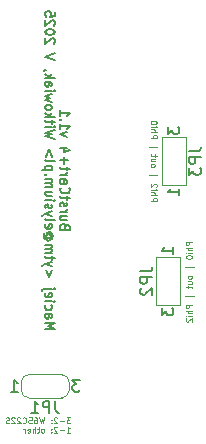
<source format=gbo>
G04 #@! TF.GenerationSoftware,KiCad,Pcbnew,6.0.2+dfsg-1*
G04 #@! TF.CreationDate,2025-05-07T10:32:10+02:00*
G04 #@! TF.ProjectId,burstcart-via,62757273-7463-4617-9274-2d7669612e6b,1.1*
G04 #@! TF.SameCoordinates,Original*
G04 #@! TF.FileFunction,Legend,Bot*
G04 #@! TF.FilePolarity,Positive*
%FSLAX46Y46*%
G04 Gerber Fmt 4.6, Leading zero omitted, Abs format (unit mm)*
G04 Created by KiCad (PCBNEW 6.0.2+dfsg-1) date 2025-05-07 10:32:10*
%MOMM*%
%LPD*%
G01*
G04 APERTURE LIST*
G04 Aperture macros list*
%AMRoundRect*
0 Rectangle with rounded corners*
0 $1 Rounding radius*
0 $2 $3 $4 $5 $6 $7 $8 $9 X,Y pos of 4 corners*
0 Add a 4 corners polygon primitive as box body*
4,1,4,$2,$3,$4,$5,$6,$7,$8,$9,$2,$3,0*
0 Add four circle primitives for the rounded corners*
1,1,$1+$1,$2,$3*
1,1,$1+$1,$4,$5*
1,1,$1+$1,$6,$7*
1,1,$1+$1,$8,$9*
0 Add four rect primitives between the rounded corners*
20,1,$1+$1,$2,$3,$4,$5,0*
20,1,$1+$1,$4,$5,$6,$7,0*
20,1,$1+$1,$6,$7,$8,$9,0*
20,1,$1+$1,$8,$9,$2,$3,0*%
%AMFreePoly0*
4,1,22,0.550000,-0.750000,0.000000,-0.750000,0.000000,-0.745033,-0.079941,-0.743568,-0.215256,-0.701293,-0.333266,-0.622738,-0.424486,-0.514219,-0.481581,-0.384460,-0.499164,-0.250000,-0.500000,-0.250000,-0.500000,0.250000,-0.499164,0.250000,-0.499963,0.256109,-0.478152,0.396186,-0.417904,0.524511,-0.324060,0.630769,-0.204165,0.706417,-0.067858,0.745374,0.000000,0.744959,0.000000,0.750000,
0.550000,0.750000,0.550000,-0.750000,0.550000,-0.750000,$1*%
%AMFreePoly1*
4,1,20,0.000000,0.744959,0.073905,0.744508,0.209726,0.703889,0.328688,0.626782,0.421226,0.519385,0.479903,0.390333,0.500000,0.250000,0.500000,-0.250000,0.499851,-0.262216,0.476331,-0.402017,0.414519,-0.529596,0.319384,-0.634700,0.198574,-0.708877,0.061801,-0.746166,0.000000,-0.745033,0.000000,-0.750000,-0.550000,-0.750000,-0.550000,0.750000,0.000000,0.750000,0.000000,0.744959,
0.000000,0.744959,$1*%
G04 Aperture macros list end*
%ADD10C,0.125000*%
%ADD11C,0.200000*%
%ADD12C,0.150000*%
%ADD13C,0.120000*%
%ADD14R,1.500000X1.000000*%
%ADD15C,1.600000*%
%ADD16O,1.600000X1.600000*%
%ADD17R,1.700000X1.700000*%
%ADD18O,1.700000X1.700000*%
%ADD19C,2.100000*%
%ADD20C,2.500000*%
%ADD21R,1.600000X1.600000*%
%ADD22C,5.000000*%
%ADD23RoundRect,0.163300X-0.337500X-4.512500X0.337500X-4.512500X0.337500X4.512500X-0.337500X4.512500X0*%
%ADD24FreePoly0,0.000000*%
%ADD25R,1.000000X1.500000*%
%ADD26FreePoly1,0.000000*%
G04 APERTURE END LIST*
D10*
X132689321Y-124799690D02*
X132379797Y-124799690D01*
X132546464Y-124990166D01*
X132475035Y-124990166D01*
X132427416Y-125013976D01*
X132403607Y-125037785D01*
X132379797Y-125085404D01*
X132379797Y-125204452D01*
X132403607Y-125252071D01*
X132427416Y-125275880D01*
X132475035Y-125299690D01*
X132617892Y-125299690D01*
X132665511Y-125275880D01*
X132689321Y-125252071D01*
X132165511Y-125109214D02*
X131784559Y-125109214D01*
X131570273Y-124847309D02*
X131546464Y-124823500D01*
X131498845Y-124799690D01*
X131379797Y-124799690D01*
X131332178Y-124823500D01*
X131308369Y-124847309D01*
X131284559Y-124894928D01*
X131284559Y-124942547D01*
X131308369Y-125013976D01*
X131594083Y-125299690D01*
X131284559Y-125299690D01*
X131070273Y-125252071D02*
X131046464Y-125275880D01*
X131070273Y-125299690D01*
X131094083Y-125275880D01*
X131070273Y-125252071D01*
X131070273Y-125299690D01*
X131070273Y-124990166D02*
X131046464Y-125013976D01*
X131070273Y-125037785D01*
X131094083Y-125013976D01*
X131070273Y-124990166D01*
X131070273Y-125037785D01*
X130498845Y-124799690D02*
X130379797Y-125299690D01*
X130284559Y-124942547D01*
X130189321Y-125299690D01*
X130070273Y-124799690D01*
X129665511Y-124799690D02*
X129760750Y-124799690D01*
X129808369Y-124823500D01*
X129832178Y-124847309D01*
X129879797Y-124918738D01*
X129903607Y-125013976D01*
X129903607Y-125204452D01*
X129879797Y-125252071D01*
X129855988Y-125275880D01*
X129808369Y-125299690D01*
X129713130Y-125299690D01*
X129665511Y-125275880D01*
X129641702Y-125252071D01*
X129617892Y-125204452D01*
X129617892Y-125085404D01*
X129641702Y-125037785D01*
X129665511Y-125013976D01*
X129713130Y-124990166D01*
X129808369Y-124990166D01*
X129855988Y-125013976D01*
X129879797Y-125037785D01*
X129903607Y-125085404D01*
X129165511Y-124799690D02*
X129403607Y-124799690D01*
X129427416Y-125037785D01*
X129403607Y-125013976D01*
X129355988Y-124990166D01*
X129236940Y-124990166D01*
X129189321Y-125013976D01*
X129165511Y-125037785D01*
X129141702Y-125085404D01*
X129141702Y-125204452D01*
X129165511Y-125252071D01*
X129189321Y-125275880D01*
X129236940Y-125299690D01*
X129355988Y-125299690D01*
X129403607Y-125275880D01*
X129427416Y-125252071D01*
X128641702Y-125252071D02*
X128665511Y-125275880D01*
X128736940Y-125299690D01*
X128784559Y-125299690D01*
X128855988Y-125275880D01*
X128903607Y-125228261D01*
X128927416Y-125180642D01*
X128951226Y-125085404D01*
X128951226Y-125013976D01*
X128927416Y-124918738D01*
X128903607Y-124871119D01*
X128855988Y-124823500D01*
X128784559Y-124799690D01*
X128736940Y-124799690D01*
X128665511Y-124823500D01*
X128641702Y-124847309D01*
X128451226Y-124847309D02*
X128427416Y-124823500D01*
X128379797Y-124799690D01*
X128260750Y-124799690D01*
X128213130Y-124823500D01*
X128189321Y-124847309D01*
X128165511Y-124894928D01*
X128165511Y-124942547D01*
X128189321Y-125013976D01*
X128475035Y-125299690D01*
X128165511Y-125299690D01*
X127975035Y-124847309D02*
X127951226Y-124823500D01*
X127903607Y-124799690D01*
X127784559Y-124799690D01*
X127736940Y-124823500D01*
X127713130Y-124847309D01*
X127689321Y-124894928D01*
X127689321Y-124942547D01*
X127713130Y-125013976D01*
X127998845Y-125299690D01*
X127689321Y-125299690D01*
X127498845Y-125275880D02*
X127427416Y-125299690D01*
X127308369Y-125299690D01*
X127260750Y-125275880D01*
X127236940Y-125252071D01*
X127213130Y-125204452D01*
X127213130Y-125156833D01*
X127236940Y-125109214D01*
X127260750Y-125085404D01*
X127308369Y-125061595D01*
X127403607Y-125037785D01*
X127451226Y-125013976D01*
X127475035Y-124990166D01*
X127498845Y-124942547D01*
X127498845Y-124894928D01*
X127475035Y-124847309D01*
X127451226Y-124823500D01*
X127403607Y-124799690D01*
X127284559Y-124799690D01*
X127213130Y-124823500D01*
X132379797Y-126104690D02*
X132665511Y-126104690D01*
X132522654Y-126104690D02*
X132522654Y-125604690D01*
X132570273Y-125676119D01*
X132617892Y-125723738D01*
X132665511Y-125747547D01*
X132165511Y-125914214D02*
X131784559Y-125914214D01*
X131570273Y-125652309D02*
X131546464Y-125628500D01*
X131498845Y-125604690D01*
X131379797Y-125604690D01*
X131332178Y-125628500D01*
X131308369Y-125652309D01*
X131284559Y-125699928D01*
X131284559Y-125747547D01*
X131308369Y-125818976D01*
X131594083Y-126104690D01*
X131284559Y-126104690D01*
X131070273Y-126057071D02*
X131046464Y-126080880D01*
X131070273Y-126104690D01*
X131094083Y-126080880D01*
X131070273Y-126057071D01*
X131070273Y-126104690D01*
X131070273Y-125795166D02*
X131046464Y-125818976D01*
X131070273Y-125842785D01*
X131094083Y-125818976D01*
X131070273Y-125795166D01*
X131070273Y-125842785D01*
X130379797Y-126104690D02*
X130427416Y-126080880D01*
X130451226Y-126057071D01*
X130475035Y-126009452D01*
X130475035Y-125866595D01*
X130451226Y-125818976D01*
X130427416Y-125795166D01*
X130379797Y-125771357D01*
X130308369Y-125771357D01*
X130260750Y-125795166D01*
X130236940Y-125818976D01*
X130213130Y-125866595D01*
X130213130Y-126009452D01*
X130236940Y-126057071D01*
X130260750Y-126080880D01*
X130308369Y-126104690D01*
X130379797Y-126104690D01*
X130070273Y-125771357D02*
X129879797Y-125771357D01*
X129998845Y-125604690D02*
X129998845Y-126033261D01*
X129975035Y-126080880D01*
X129927416Y-126104690D01*
X129879797Y-126104690D01*
X129713130Y-126104690D02*
X129713130Y-125604690D01*
X129498845Y-126104690D02*
X129498845Y-125842785D01*
X129522654Y-125795166D01*
X129570273Y-125771357D01*
X129641702Y-125771357D01*
X129689321Y-125795166D01*
X129713130Y-125818976D01*
X129070273Y-126080880D02*
X129117892Y-126104690D01*
X129213130Y-126104690D01*
X129260750Y-126080880D01*
X129284559Y-126033261D01*
X129284559Y-125842785D01*
X129260750Y-125795166D01*
X129213130Y-125771357D01*
X129117892Y-125771357D01*
X129070273Y-125795166D01*
X129046464Y-125842785D01*
X129046464Y-125890404D01*
X129284559Y-125938023D01*
X128832178Y-126104690D02*
X128832178Y-125771357D01*
X128832178Y-125866595D02*
X128808369Y-125818976D01*
X128784559Y-125795166D01*
X128736940Y-125771357D01*
X128689321Y-125771357D01*
X139488809Y-106479702D02*
X139988809Y-106479702D01*
X139988809Y-106289226D01*
X139965000Y-106241607D01*
X139941190Y-106217797D01*
X139893571Y-106193988D01*
X139822142Y-106193988D01*
X139774523Y-106217797D01*
X139750714Y-106241607D01*
X139726904Y-106289226D01*
X139726904Y-106479702D01*
X139488809Y-105979702D02*
X139988809Y-105979702D01*
X139488809Y-105765416D02*
X139750714Y-105765416D01*
X139798333Y-105789226D01*
X139822142Y-105836845D01*
X139822142Y-105908273D01*
X139798333Y-105955892D01*
X139774523Y-105979702D01*
X139488809Y-105527321D02*
X139822142Y-105527321D01*
X139988809Y-105527321D02*
X139965000Y-105551130D01*
X139941190Y-105527321D01*
X139965000Y-105503511D01*
X139988809Y-105527321D01*
X139941190Y-105527321D01*
X139941190Y-105313035D02*
X139965000Y-105289226D01*
X139988809Y-105241607D01*
X139988809Y-105122559D01*
X139965000Y-105074940D01*
X139941190Y-105051130D01*
X139893571Y-105027321D01*
X139845952Y-105027321D01*
X139774523Y-105051130D01*
X139488809Y-105336845D01*
X139488809Y-105027321D01*
X139322142Y-104313035D02*
X140036428Y-104313035D01*
X139488809Y-103503511D02*
X139512619Y-103551130D01*
X139536428Y-103574940D01*
X139584047Y-103598750D01*
X139726904Y-103598750D01*
X139774523Y-103574940D01*
X139798333Y-103551130D01*
X139822142Y-103503511D01*
X139822142Y-103432083D01*
X139798333Y-103384464D01*
X139774523Y-103360654D01*
X139726904Y-103336845D01*
X139584047Y-103336845D01*
X139536428Y-103360654D01*
X139512619Y-103384464D01*
X139488809Y-103432083D01*
X139488809Y-103503511D01*
X139822142Y-102908273D02*
X139488809Y-102908273D01*
X139822142Y-103122559D02*
X139560238Y-103122559D01*
X139512619Y-103098750D01*
X139488809Y-103051130D01*
X139488809Y-102979702D01*
X139512619Y-102932083D01*
X139536428Y-102908273D01*
X139822142Y-102741607D02*
X139822142Y-102551130D01*
X139988809Y-102670178D02*
X139560238Y-102670178D01*
X139512619Y-102646369D01*
X139488809Y-102598750D01*
X139488809Y-102551130D01*
X139322142Y-101884464D02*
X140036428Y-101884464D01*
X139488809Y-101146369D02*
X139988809Y-101146369D01*
X139988809Y-100955892D01*
X139965000Y-100908273D01*
X139941190Y-100884464D01*
X139893571Y-100860654D01*
X139822142Y-100860654D01*
X139774523Y-100884464D01*
X139750714Y-100908273D01*
X139726904Y-100955892D01*
X139726904Y-101146369D01*
X139488809Y-100646369D02*
X139988809Y-100646369D01*
X139488809Y-100432083D02*
X139750714Y-100432083D01*
X139798333Y-100455892D01*
X139822142Y-100503511D01*
X139822142Y-100574940D01*
X139798333Y-100622559D01*
X139774523Y-100646369D01*
X139488809Y-100193988D02*
X139822142Y-100193988D01*
X139988809Y-100193988D02*
X139965000Y-100217797D01*
X139941190Y-100193988D01*
X139965000Y-100170178D01*
X139988809Y-100193988D01*
X139941190Y-100193988D01*
X139988809Y-99860654D02*
X139988809Y-99813035D01*
X139965000Y-99765416D01*
X139941190Y-99741607D01*
X139893571Y-99717797D01*
X139798333Y-99693988D01*
X139679285Y-99693988D01*
X139584047Y-99717797D01*
X139536428Y-99741607D01*
X139512619Y-99765416D01*
X139488809Y-99813035D01*
X139488809Y-99860654D01*
X139512619Y-99908273D01*
X139536428Y-99932083D01*
X139584047Y-99955892D01*
X139679285Y-99979702D01*
X139798333Y-99979702D01*
X139893571Y-99955892D01*
X139941190Y-99932083D01*
X139965000Y-99908273D01*
X139988809Y-99860654D01*
X142974190Y-109928297D02*
X142474190Y-109928297D01*
X142474190Y-110118773D01*
X142498000Y-110166392D01*
X142521809Y-110190202D01*
X142569428Y-110214011D01*
X142640857Y-110214011D01*
X142688476Y-110190202D01*
X142712285Y-110166392D01*
X142736095Y-110118773D01*
X142736095Y-109928297D01*
X142974190Y-110428297D02*
X142474190Y-110428297D01*
X142974190Y-110642583D02*
X142712285Y-110642583D01*
X142664666Y-110618773D01*
X142640857Y-110571154D01*
X142640857Y-110499726D01*
X142664666Y-110452107D01*
X142688476Y-110428297D01*
X142974190Y-110880678D02*
X142640857Y-110880678D01*
X142474190Y-110880678D02*
X142498000Y-110856869D01*
X142521809Y-110880678D01*
X142498000Y-110904488D01*
X142474190Y-110880678D01*
X142521809Y-110880678D01*
X142474190Y-111214011D02*
X142474190Y-111261630D01*
X142498000Y-111309250D01*
X142521809Y-111333059D01*
X142569428Y-111356869D01*
X142664666Y-111380678D01*
X142783714Y-111380678D01*
X142878952Y-111356869D01*
X142926571Y-111333059D01*
X142950380Y-111309250D01*
X142974190Y-111261630D01*
X142974190Y-111214011D01*
X142950380Y-111166392D01*
X142926571Y-111142583D01*
X142878952Y-111118773D01*
X142783714Y-111094964D01*
X142664666Y-111094964D01*
X142569428Y-111118773D01*
X142521809Y-111142583D01*
X142498000Y-111166392D01*
X142474190Y-111214011D01*
X143140857Y-112094964D02*
X142426571Y-112094964D01*
X142974190Y-112904488D02*
X142950380Y-112856869D01*
X142926571Y-112833059D01*
X142878952Y-112809250D01*
X142736095Y-112809250D01*
X142688476Y-112833059D01*
X142664666Y-112856869D01*
X142640857Y-112904488D01*
X142640857Y-112975916D01*
X142664666Y-113023535D01*
X142688476Y-113047345D01*
X142736095Y-113071154D01*
X142878952Y-113071154D01*
X142926571Y-113047345D01*
X142950380Y-113023535D01*
X142974190Y-112975916D01*
X142974190Y-112904488D01*
X142640857Y-113499726D02*
X142974190Y-113499726D01*
X142640857Y-113285440D02*
X142902761Y-113285440D01*
X142950380Y-113309250D01*
X142974190Y-113356869D01*
X142974190Y-113428297D01*
X142950380Y-113475916D01*
X142926571Y-113499726D01*
X142640857Y-113666392D02*
X142640857Y-113856869D01*
X142474190Y-113737821D02*
X142902761Y-113737821D01*
X142950380Y-113761630D01*
X142974190Y-113809250D01*
X142974190Y-113856869D01*
X143140857Y-114523535D02*
X142426571Y-114523535D01*
X142974190Y-115261630D02*
X142474190Y-115261630D01*
X142474190Y-115452107D01*
X142498000Y-115499726D01*
X142521809Y-115523535D01*
X142569428Y-115547345D01*
X142640857Y-115547345D01*
X142688476Y-115523535D01*
X142712285Y-115499726D01*
X142736095Y-115452107D01*
X142736095Y-115261630D01*
X142974190Y-115761630D02*
X142474190Y-115761630D01*
X142974190Y-115975916D02*
X142712285Y-115975916D01*
X142664666Y-115952107D01*
X142640857Y-115904488D01*
X142640857Y-115833059D01*
X142664666Y-115785440D01*
X142688476Y-115761630D01*
X142974190Y-116214011D02*
X142640857Y-116214011D01*
X142474190Y-116214011D02*
X142498000Y-116190202D01*
X142521809Y-116214011D01*
X142498000Y-116237821D01*
X142474190Y-116214011D01*
X142521809Y-116214011D01*
X142521809Y-116428297D02*
X142498000Y-116452107D01*
X142474190Y-116499726D01*
X142474190Y-116618773D01*
X142498000Y-116666392D01*
X142521809Y-116690202D01*
X142569428Y-116714011D01*
X142617047Y-116714011D01*
X142688476Y-116690202D01*
X142974190Y-116404488D01*
X142974190Y-116714011D01*
D11*
X132273142Y-108666952D02*
X132235047Y-108552666D01*
X132196952Y-108514571D01*
X132120761Y-108476476D01*
X132006476Y-108476476D01*
X131930285Y-108514571D01*
X131892190Y-108552666D01*
X131854095Y-108628857D01*
X131854095Y-108933619D01*
X132654095Y-108933619D01*
X132654095Y-108666952D01*
X132616000Y-108590761D01*
X132577904Y-108552666D01*
X132501714Y-108514571D01*
X132425523Y-108514571D01*
X132349333Y-108552666D01*
X132311238Y-108590761D01*
X132273142Y-108666952D01*
X132273142Y-108933619D01*
X132387428Y-107790761D02*
X131854095Y-107790761D01*
X132387428Y-108133619D02*
X131968380Y-108133619D01*
X131892190Y-108095523D01*
X131854095Y-108019333D01*
X131854095Y-107905047D01*
X131892190Y-107828857D01*
X131930285Y-107790761D01*
X131854095Y-107409809D02*
X132387428Y-107409809D01*
X132235047Y-107409809D02*
X132311238Y-107371714D01*
X132349333Y-107333619D01*
X132387428Y-107257428D01*
X132387428Y-107181238D01*
X131892190Y-106952666D02*
X131854095Y-106876476D01*
X131854095Y-106724095D01*
X131892190Y-106647904D01*
X131968380Y-106609809D01*
X132006476Y-106609809D01*
X132082666Y-106647904D01*
X132120761Y-106724095D01*
X132120761Y-106838380D01*
X132158857Y-106914571D01*
X132235047Y-106952666D01*
X132273142Y-106952666D01*
X132349333Y-106914571D01*
X132387428Y-106838380D01*
X132387428Y-106724095D01*
X132349333Y-106647904D01*
X132387428Y-106381238D02*
X132387428Y-106076476D01*
X132654095Y-106266952D02*
X131968380Y-106266952D01*
X131892190Y-106228857D01*
X131854095Y-106152666D01*
X131854095Y-106076476D01*
X131930285Y-105352666D02*
X131892190Y-105390761D01*
X131854095Y-105505047D01*
X131854095Y-105581238D01*
X131892190Y-105695523D01*
X131968380Y-105771714D01*
X132044571Y-105809809D01*
X132196952Y-105847904D01*
X132311238Y-105847904D01*
X132463619Y-105809809D01*
X132539809Y-105771714D01*
X132616000Y-105695523D01*
X132654095Y-105581238D01*
X132654095Y-105505047D01*
X132616000Y-105390761D01*
X132577904Y-105352666D01*
X131854095Y-104666952D02*
X132273142Y-104666952D01*
X132349333Y-104705047D01*
X132387428Y-104781238D01*
X132387428Y-104933619D01*
X132349333Y-105009809D01*
X131892190Y-104666952D02*
X131854095Y-104743142D01*
X131854095Y-104933619D01*
X131892190Y-105009809D01*
X131968380Y-105047904D01*
X132044571Y-105047904D01*
X132120761Y-105009809D01*
X132158857Y-104933619D01*
X132158857Y-104743142D01*
X132196952Y-104666952D01*
X131854095Y-104286000D02*
X132387428Y-104286000D01*
X132235047Y-104286000D02*
X132311238Y-104247904D01*
X132349333Y-104209809D01*
X132387428Y-104133619D01*
X132387428Y-104057428D01*
X132387428Y-103905047D02*
X132387428Y-103600285D01*
X132654095Y-103790761D02*
X131968380Y-103790761D01*
X131892190Y-103752666D01*
X131854095Y-103676476D01*
X131854095Y-103600285D01*
X132158857Y-103333619D02*
X132158857Y-102724095D01*
X131854095Y-103028857D02*
X132463619Y-103028857D01*
X132387428Y-102000285D02*
X131854095Y-102000285D01*
X132692190Y-102190761D02*
X132120761Y-102381238D01*
X132120761Y-101886000D01*
X132387428Y-101047904D02*
X131854095Y-100857428D01*
X132387428Y-100666952D01*
X131854095Y-99943142D02*
X131854095Y-100400285D01*
X131854095Y-100171714D02*
X132654095Y-100171714D01*
X132539809Y-100247904D01*
X132463619Y-100324095D01*
X132425523Y-100400285D01*
X131930285Y-99600285D02*
X131892190Y-99562190D01*
X131854095Y-99600285D01*
X131892190Y-99638380D01*
X131930285Y-99600285D01*
X131854095Y-99600285D01*
X131854095Y-98800285D02*
X131854095Y-99257428D01*
X131854095Y-99028857D02*
X132654095Y-99028857D01*
X132539809Y-99105047D01*
X132463619Y-99181238D01*
X132425523Y-99257428D01*
X130566095Y-117314571D02*
X131366095Y-117314571D01*
X130794666Y-117047904D01*
X131366095Y-116781238D01*
X130566095Y-116781238D01*
X130566095Y-116057428D02*
X130985142Y-116057428D01*
X131061333Y-116095523D01*
X131099428Y-116171714D01*
X131099428Y-116324095D01*
X131061333Y-116400285D01*
X130604190Y-116057428D02*
X130566095Y-116133619D01*
X130566095Y-116324095D01*
X130604190Y-116400285D01*
X130680380Y-116438380D01*
X130756571Y-116438380D01*
X130832761Y-116400285D01*
X130870857Y-116324095D01*
X130870857Y-116133619D01*
X130908952Y-116057428D01*
X130604190Y-115333619D02*
X130566095Y-115409809D01*
X130566095Y-115562190D01*
X130604190Y-115638380D01*
X130642285Y-115676476D01*
X130718476Y-115714571D01*
X130947047Y-115714571D01*
X131023238Y-115676476D01*
X131061333Y-115638380D01*
X131099428Y-115562190D01*
X131099428Y-115409809D01*
X131061333Y-115333619D01*
X130566095Y-114990761D02*
X131099428Y-114990761D01*
X131366095Y-114990761D02*
X131328000Y-115028857D01*
X131289904Y-114990761D01*
X131328000Y-114952666D01*
X131366095Y-114990761D01*
X131289904Y-114990761D01*
X130604190Y-114305047D02*
X130566095Y-114381238D01*
X130566095Y-114533619D01*
X130604190Y-114609809D01*
X130680380Y-114647904D01*
X130985142Y-114647904D01*
X131061333Y-114609809D01*
X131099428Y-114533619D01*
X131099428Y-114381238D01*
X131061333Y-114305047D01*
X130985142Y-114266952D01*
X130908952Y-114266952D01*
X130832761Y-114647904D01*
X131099428Y-113924095D02*
X130413714Y-113924095D01*
X130337523Y-113962190D01*
X130299428Y-114038380D01*
X130299428Y-114076476D01*
X131366095Y-113924095D02*
X131328000Y-113962190D01*
X131289904Y-113924095D01*
X131328000Y-113886000D01*
X131366095Y-113924095D01*
X131289904Y-113924095D01*
X131099428Y-112324095D02*
X130870857Y-112933619D01*
X130642285Y-112324095D01*
X131099428Y-112019333D02*
X130566095Y-111828857D01*
X131099428Y-111638380D02*
X130566095Y-111828857D01*
X130375619Y-111905047D01*
X130337523Y-111943142D01*
X130299428Y-112019333D01*
X131099428Y-111447904D02*
X131099428Y-111143142D01*
X131366095Y-111333619D02*
X130680380Y-111333619D01*
X130604190Y-111295523D01*
X130566095Y-111219333D01*
X130566095Y-111143142D01*
X130566095Y-110876476D02*
X131099428Y-110876476D01*
X131023238Y-110876476D02*
X131061333Y-110838380D01*
X131099428Y-110762190D01*
X131099428Y-110647904D01*
X131061333Y-110571714D01*
X130985142Y-110533619D01*
X130566095Y-110533619D01*
X130985142Y-110533619D02*
X131061333Y-110495523D01*
X131099428Y-110419333D01*
X131099428Y-110305047D01*
X131061333Y-110228857D01*
X130985142Y-110190761D01*
X130566095Y-110190761D01*
X130947047Y-109314571D02*
X130985142Y-109352666D01*
X131023238Y-109428857D01*
X131023238Y-109505047D01*
X130985142Y-109581238D01*
X130947047Y-109619333D01*
X130870857Y-109657428D01*
X130794666Y-109657428D01*
X130718476Y-109619333D01*
X130680380Y-109581238D01*
X130642285Y-109505047D01*
X130642285Y-109428857D01*
X130680380Y-109352666D01*
X130718476Y-109314571D01*
X131023238Y-109314571D02*
X130718476Y-109314571D01*
X130680380Y-109276476D01*
X130680380Y-109238380D01*
X130718476Y-109162190D01*
X130794666Y-109124095D01*
X130985142Y-109124095D01*
X131099428Y-109200285D01*
X131175619Y-109314571D01*
X131213714Y-109466952D01*
X131175619Y-109619333D01*
X131099428Y-109733619D01*
X130985142Y-109809809D01*
X130832761Y-109847904D01*
X130680380Y-109809809D01*
X130566095Y-109733619D01*
X130489904Y-109619333D01*
X130451809Y-109466952D01*
X130489904Y-109314571D01*
X130566095Y-109200285D01*
X130604190Y-108476476D02*
X130566095Y-108552666D01*
X130566095Y-108705047D01*
X130604190Y-108781238D01*
X130680380Y-108819333D01*
X130985142Y-108819333D01*
X131061333Y-108781238D01*
X131099428Y-108705047D01*
X131099428Y-108552666D01*
X131061333Y-108476476D01*
X130985142Y-108438380D01*
X130908952Y-108438380D01*
X130832761Y-108819333D01*
X130566095Y-107981238D02*
X130604190Y-108057428D01*
X130680380Y-108095523D01*
X131366095Y-108095523D01*
X131099428Y-107752666D02*
X130566095Y-107562190D01*
X131099428Y-107371714D02*
X130566095Y-107562190D01*
X130375619Y-107638380D01*
X130337523Y-107676476D01*
X130299428Y-107752666D01*
X130604190Y-107105047D02*
X130566095Y-107028857D01*
X130566095Y-106876476D01*
X130604190Y-106800285D01*
X130680380Y-106762190D01*
X130718476Y-106762190D01*
X130794666Y-106800285D01*
X130832761Y-106876476D01*
X130832761Y-106990761D01*
X130870857Y-107066952D01*
X130947047Y-107105047D01*
X130985142Y-107105047D01*
X131061333Y-107066952D01*
X131099428Y-106990761D01*
X131099428Y-106876476D01*
X131061333Y-106800285D01*
X130566095Y-106419333D02*
X131099428Y-106419333D01*
X131366095Y-106419333D02*
X131328000Y-106457428D01*
X131289904Y-106419333D01*
X131328000Y-106381238D01*
X131366095Y-106419333D01*
X131289904Y-106419333D01*
X131099428Y-105695523D02*
X130566095Y-105695523D01*
X131099428Y-106038380D02*
X130680380Y-106038380D01*
X130604190Y-106000285D01*
X130566095Y-105924095D01*
X130566095Y-105809809D01*
X130604190Y-105733619D01*
X130642285Y-105695523D01*
X130566095Y-105314571D02*
X131099428Y-105314571D01*
X131023238Y-105314571D02*
X131061333Y-105276476D01*
X131099428Y-105200285D01*
X131099428Y-105086000D01*
X131061333Y-105009809D01*
X130985142Y-104971714D01*
X130566095Y-104971714D01*
X130985142Y-104971714D02*
X131061333Y-104933619D01*
X131099428Y-104857428D01*
X131099428Y-104743142D01*
X131061333Y-104666952D01*
X130985142Y-104628857D01*
X130566095Y-104628857D01*
X130642285Y-104247904D02*
X130604190Y-104209809D01*
X130566095Y-104247904D01*
X130604190Y-104286000D01*
X130642285Y-104247904D01*
X130566095Y-104247904D01*
X131099428Y-103866952D02*
X130299428Y-103866952D01*
X131061333Y-103866952D02*
X131099428Y-103790761D01*
X131099428Y-103638380D01*
X131061333Y-103562190D01*
X131023238Y-103524095D01*
X130947047Y-103486000D01*
X130718476Y-103486000D01*
X130642285Y-103524095D01*
X130604190Y-103562190D01*
X130566095Y-103638380D01*
X130566095Y-103790761D01*
X130604190Y-103866952D01*
X130566095Y-103028857D02*
X130604190Y-103105047D01*
X130680380Y-103143142D01*
X131366095Y-103143142D01*
X131099428Y-102724095D02*
X130870857Y-102114571D01*
X130642285Y-102724095D01*
X131366095Y-101200285D02*
X130566095Y-101009809D01*
X131137523Y-100857428D01*
X130566095Y-100705047D01*
X131366095Y-100514571D01*
X130566095Y-100209809D02*
X131099428Y-100209809D01*
X131366095Y-100209809D02*
X131328000Y-100247904D01*
X131289904Y-100209809D01*
X131328000Y-100171714D01*
X131366095Y-100209809D01*
X131289904Y-100209809D01*
X131099428Y-99943142D02*
X131099428Y-99638380D01*
X131366095Y-99828857D02*
X130680380Y-99828857D01*
X130604190Y-99790761D01*
X130566095Y-99714571D01*
X130566095Y-99638380D01*
X130566095Y-99371714D02*
X131366095Y-99371714D01*
X130870857Y-99295523D02*
X130566095Y-99066952D01*
X131099428Y-99066952D02*
X130794666Y-99371714D01*
X130566095Y-98609809D02*
X130604190Y-98686000D01*
X130642285Y-98724095D01*
X130718476Y-98762190D01*
X130947047Y-98762190D01*
X131023238Y-98724095D01*
X131061333Y-98686000D01*
X131099428Y-98609809D01*
X131099428Y-98495523D01*
X131061333Y-98419333D01*
X131023238Y-98381238D01*
X130947047Y-98343142D01*
X130718476Y-98343142D01*
X130642285Y-98381238D01*
X130604190Y-98419333D01*
X130566095Y-98495523D01*
X130566095Y-98609809D01*
X131099428Y-98076476D02*
X130566095Y-97924095D01*
X130947047Y-97771714D01*
X130566095Y-97619333D01*
X131099428Y-97466952D01*
X130566095Y-97162190D02*
X131099428Y-97162190D01*
X131366095Y-97162190D02*
X131328000Y-97200285D01*
X131289904Y-97162190D01*
X131328000Y-97124095D01*
X131366095Y-97162190D01*
X131289904Y-97162190D01*
X130566095Y-96438380D02*
X130985142Y-96438380D01*
X131061333Y-96476476D01*
X131099428Y-96552666D01*
X131099428Y-96705047D01*
X131061333Y-96781238D01*
X130604190Y-96438380D02*
X130566095Y-96514571D01*
X130566095Y-96705047D01*
X130604190Y-96781238D01*
X130680380Y-96819333D01*
X130756571Y-96819333D01*
X130832761Y-96781238D01*
X130870857Y-96705047D01*
X130870857Y-96514571D01*
X130908952Y-96438380D01*
X130566095Y-96057428D02*
X131366095Y-96057428D01*
X130870857Y-95981238D02*
X130566095Y-95752666D01*
X131099428Y-95752666D02*
X130794666Y-96057428D01*
X130604190Y-95371714D02*
X130566095Y-95371714D01*
X130489904Y-95409809D01*
X130451809Y-95447904D01*
X131366095Y-94533619D02*
X130566095Y-94266952D01*
X131366095Y-94000285D01*
X131289904Y-93162190D02*
X131328000Y-93124095D01*
X131366095Y-93047904D01*
X131366095Y-92857428D01*
X131328000Y-92781238D01*
X131289904Y-92743142D01*
X131213714Y-92705047D01*
X131137523Y-92705047D01*
X131023238Y-92743142D01*
X130566095Y-93200285D01*
X130566095Y-92705047D01*
X131366095Y-92209809D02*
X131366095Y-92133619D01*
X131328000Y-92057428D01*
X131289904Y-92019333D01*
X131213714Y-91981238D01*
X131061333Y-91943142D01*
X130870857Y-91943142D01*
X130718476Y-91981238D01*
X130642285Y-92019333D01*
X130604190Y-92057428D01*
X130566095Y-92133619D01*
X130566095Y-92209809D01*
X130604190Y-92286000D01*
X130642285Y-92324095D01*
X130718476Y-92362190D01*
X130870857Y-92400285D01*
X131061333Y-92400285D01*
X131213714Y-92362190D01*
X131289904Y-92324095D01*
X131328000Y-92286000D01*
X131366095Y-92209809D01*
X131289904Y-91638380D02*
X131328000Y-91600285D01*
X131366095Y-91524095D01*
X131366095Y-91333619D01*
X131328000Y-91257428D01*
X131289904Y-91219333D01*
X131213714Y-91181238D01*
X131137523Y-91181238D01*
X131023238Y-91219333D01*
X130566095Y-91676476D01*
X130566095Y-91181238D01*
X131366095Y-90457428D02*
X131366095Y-90838380D01*
X130985142Y-90876476D01*
X131023238Y-90838380D01*
X131061333Y-90762190D01*
X131061333Y-90571714D01*
X131023238Y-90495523D01*
X130985142Y-90457428D01*
X130908952Y-90419333D01*
X130718476Y-90419333D01*
X130642285Y-90457428D01*
X130604190Y-90495523D01*
X130566095Y-90571714D01*
X130566095Y-90762190D01*
X130604190Y-90838380D01*
X130642285Y-90876476D01*
D12*
X142730380Y-102290666D02*
X143444666Y-102290666D01*
X143587523Y-102243047D01*
X143682761Y-102147809D01*
X143730380Y-102004952D01*
X143730380Y-101909714D01*
X143730380Y-102766857D02*
X142730380Y-102766857D01*
X142730380Y-103147809D01*
X142778000Y-103243047D01*
X142825619Y-103290666D01*
X142920857Y-103338285D01*
X143063714Y-103338285D01*
X143158952Y-103290666D01*
X143206571Y-103243047D01*
X143254190Y-103147809D01*
X143254190Y-102766857D01*
X142730380Y-103671619D02*
X142730380Y-104290666D01*
X143111333Y-103957333D01*
X143111333Y-104100190D01*
X143158952Y-104195428D01*
X143206571Y-104243047D01*
X143301809Y-104290666D01*
X143539904Y-104290666D01*
X143635142Y-104243047D01*
X143682761Y-104195428D01*
X143730380Y-104100190D01*
X143730380Y-103814476D01*
X143682761Y-103719238D01*
X143635142Y-103671619D01*
X141930380Y-106009714D02*
X141930380Y-105438285D01*
X141930380Y-105724000D02*
X140930380Y-105724000D01*
X141073238Y-105628761D01*
X141168476Y-105533523D01*
X141216095Y-105438285D01*
X140930380Y-100190666D02*
X140930380Y-100809714D01*
X141311333Y-100476380D01*
X141311333Y-100619238D01*
X141358952Y-100714476D01*
X141406571Y-100762095D01*
X141501809Y-100809714D01*
X141739904Y-100809714D01*
X141835142Y-100762095D01*
X141882761Y-100714476D01*
X141930380Y-100619238D01*
X141930380Y-100333523D01*
X141882761Y-100238285D01*
X141835142Y-100190666D01*
X138622380Y-112450666D02*
X139336666Y-112450666D01*
X139479523Y-112403047D01*
X139574761Y-112307809D01*
X139622380Y-112164952D01*
X139622380Y-112069714D01*
X139622380Y-112926857D02*
X138622380Y-112926857D01*
X138622380Y-113307809D01*
X138670000Y-113403047D01*
X138717619Y-113450666D01*
X138812857Y-113498285D01*
X138955714Y-113498285D01*
X139050952Y-113450666D01*
X139098571Y-113403047D01*
X139146190Y-113307809D01*
X139146190Y-112926857D01*
X138717619Y-113879238D02*
X138670000Y-113926857D01*
X138622380Y-114022095D01*
X138622380Y-114260190D01*
X138670000Y-114355428D01*
X138717619Y-114403047D01*
X138812857Y-114450666D01*
X138908095Y-114450666D01*
X139050952Y-114403047D01*
X139622380Y-113831619D01*
X139622380Y-114450666D01*
X140422380Y-115550666D02*
X140422380Y-116169714D01*
X140803333Y-115836380D01*
X140803333Y-115979238D01*
X140850952Y-116074476D01*
X140898571Y-116122095D01*
X140993809Y-116169714D01*
X141231904Y-116169714D01*
X141327142Y-116122095D01*
X141374761Y-116074476D01*
X141422380Y-115979238D01*
X141422380Y-115693523D01*
X141374761Y-115598285D01*
X141327142Y-115550666D01*
X141422380Y-110969714D02*
X141422380Y-110398285D01*
X141422380Y-110684000D02*
X140422380Y-110684000D01*
X140565238Y-110588761D01*
X140660476Y-110493523D01*
X140708095Y-110398285D01*
X131389333Y-123426380D02*
X131389333Y-124140666D01*
X131436952Y-124283523D01*
X131532190Y-124378761D01*
X131675047Y-124426380D01*
X131770285Y-124426380D01*
X130913142Y-124426380D02*
X130913142Y-123426380D01*
X130532190Y-123426380D01*
X130436952Y-123474000D01*
X130389333Y-123521619D01*
X130341714Y-123616857D01*
X130341714Y-123759714D01*
X130389333Y-123854952D01*
X130436952Y-123902571D01*
X130532190Y-123950190D01*
X130913142Y-123950190D01*
X129389333Y-124426380D02*
X129960761Y-124426380D01*
X129675047Y-124426380D02*
X129675047Y-123426380D01*
X129770285Y-123569238D01*
X129865523Y-123664476D01*
X129960761Y-123712095D01*
X127670285Y-122626380D02*
X128241714Y-122626380D01*
X127956000Y-122626380D02*
X127956000Y-121626380D01*
X128051238Y-121769238D01*
X128146476Y-121864476D01*
X128241714Y-121912095D01*
X133489333Y-121626380D02*
X132870285Y-121626380D01*
X133203619Y-122007333D01*
X133060761Y-122007333D01*
X132965523Y-122054952D01*
X132917904Y-122102571D01*
X132870285Y-122197809D01*
X132870285Y-122435904D01*
X132917904Y-122531142D01*
X132965523Y-122578761D01*
X133060761Y-122626380D01*
X133346476Y-122626380D01*
X133441714Y-122578761D01*
X133489333Y-122531142D01*
D13*
X140478000Y-105174000D02*
X142478000Y-105174000D01*
X142478000Y-101074000D02*
X140478000Y-101074000D01*
X142478000Y-105174000D02*
X142478000Y-101074000D01*
X140478000Y-101074000D02*
X140478000Y-105174000D01*
X139970000Y-115334000D02*
X141970000Y-115334000D01*
X141970000Y-115334000D02*
X141970000Y-111234000D01*
X141970000Y-111234000D02*
X139970000Y-111234000D01*
X139970000Y-111234000D02*
X139970000Y-115334000D01*
X132606000Y-122474000D02*
X132606000Y-121874000D01*
X129156000Y-123174000D02*
X131956000Y-123174000D01*
X128506000Y-121874000D02*
X128506000Y-122474000D01*
X131956000Y-121174000D02*
X129156000Y-121174000D01*
X132606000Y-121874000D02*
G75*
G03*
X131906000Y-121174000I-699999J1D01*
G01*
X128506000Y-122474000D02*
G75*
G03*
X129206000Y-123174000I699999J-1D01*
G01*
X131906000Y-123174000D02*
G75*
G03*
X132606000Y-122474000I1J699999D01*
G01*
X129206000Y-121174000D02*
G75*
G03*
X128506000Y-121874000I-1J-699999D01*
G01*
%LPC*%
D14*
X141478000Y-104424000D03*
X141478000Y-103124000D03*
X141478000Y-101824000D03*
D15*
X140970000Y-75184000D03*
D16*
X151130000Y-75184000D03*
D15*
X127762000Y-71628000D03*
X122762000Y-71628000D03*
D17*
X147066000Y-55626000D03*
D18*
X149606000Y-55626000D03*
X147066000Y-58166000D03*
X149606000Y-58166000D03*
X147066000Y-60706000D03*
X149606000Y-60706000D03*
X147066000Y-63246000D03*
X149606000Y-63246000D03*
X147066000Y-65786000D03*
X149606000Y-65786000D03*
D19*
X127976000Y-53294000D03*
X125476000Y-53594000D03*
X132976000Y-53294000D03*
X135476000Y-53594000D03*
D20*
X122976000Y-63294000D03*
X125476000Y-65794000D03*
X130476000Y-63294000D03*
X135476000Y-65794000D03*
X137976000Y-63294000D03*
X130476000Y-68294000D03*
D21*
X158999000Y-94727000D03*
D16*
X158999000Y-97267000D03*
X158999000Y-99807000D03*
X158999000Y-102347000D03*
X158999000Y-104887000D03*
X158999000Y-107427000D03*
X158999000Y-109967000D03*
X158999000Y-112507000D03*
X158999000Y-115047000D03*
X158999000Y-117587000D03*
X158999000Y-120127000D03*
X158999000Y-122667000D03*
X158999000Y-125207000D03*
X158999000Y-127747000D03*
X174239000Y-127747000D03*
X174239000Y-125207000D03*
X174239000Y-122667000D03*
X174239000Y-120127000D03*
X174239000Y-117587000D03*
X174239000Y-115047000D03*
X174239000Y-112507000D03*
X174239000Y-109967000D03*
X174239000Y-107427000D03*
X174239000Y-104887000D03*
X174239000Y-102347000D03*
X174239000Y-99807000D03*
X174239000Y-97267000D03*
X174239000Y-94727000D03*
D15*
X155448000Y-95504000D03*
X155448000Y-100504000D03*
D21*
X134620000Y-128016000D03*
D16*
X127000000Y-128016000D03*
D21*
X158750000Y-74234000D03*
D16*
X161290000Y-74234000D03*
X163830000Y-74234000D03*
X166370000Y-74234000D03*
X168910000Y-74234000D03*
X171450000Y-74234000D03*
X173990000Y-74234000D03*
X173990000Y-66614000D03*
X171450000Y-66614000D03*
X168910000Y-66614000D03*
X166370000Y-66614000D03*
X163830000Y-66614000D03*
X161290000Y-66614000D03*
X158750000Y-66614000D03*
D15*
X140970000Y-85090000D03*
D16*
X151130000Y-85090000D03*
D22*
X148253100Y-94259600D03*
D23*
X124253100Y-137759600D03*
X168253100Y-137759600D03*
X126253100Y-137759600D03*
X170253100Y-137759600D03*
X128253100Y-137759600D03*
X172253100Y-137759600D03*
X130253100Y-137759600D03*
X132253100Y-137759600D03*
X134253100Y-137759600D03*
X136253100Y-137759600D03*
X138253100Y-137759600D03*
X140253100Y-137759600D03*
X142253100Y-137759600D03*
X144253100Y-137759600D03*
X146253100Y-137759600D03*
X148253100Y-137759600D03*
X150253100Y-137759600D03*
X152253100Y-137759600D03*
X154253100Y-137759600D03*
X156253100Y-137759600D03*
X158253100Y-137759600D03*
X160253100Y-137759600D03*
X162253100Y-137759600D03*
X164253100Y-137759600D03*
X166253100Y-137759600D03*
D17*
X169164000Y-91186000D03*
D18*
X171704000Y-91186000D03*
X174244000Y-91186000D03*
D17*
X173223000Y-81783000D03*
D18*
X173223000Y-84323000D03*
X170683000Y-81783000D03*
X170683000Y-84323000D03*
X168143000Y-81783000D03*
X168143000Y-84323000D03*
X165603000Y-81783000D03*
X165603000Y-84323000D03*
X163063000Y-81783000D03*
X163063000Y-84323000D03*
D21*
X152390000Y-128529000D03*
D16*
X152390000Y-125989000D03*
X152390000Y-123449000D03*
X152390000Y-120909000D03*
X152390000Y-118369000D03*
X152390000Y-115829000D03*
X152390000Y-113289000D03*
X152390000Y-110749000D03*
X152390000Y-108209000D03*
X152390000Y-105669000D03*
X152390000Y-103129000D03*
X152390000Y-100589000D03*
X144770000Y-100589000D03*
X144770000Y-103129000D03*
X144770000Y-105669000D03*
X144770000Y-108209000D03*
X144770000Y-110749000D03*
X144770000Y-113289000D03*
X144770000Y-115829000D03*
X144770000Y-118369000D03*
X144770000Y-120909000D03*
X144770000Y-123449000D03*
X144770000Y-125989000D03*
X144770000Y-128529000D03*
D21*
X158750000Y-62484000D03*
D16*
X161290000Y-62484000D03*
X163830000Y-62484000D03*
X166370000Y-62484000D03*
X168910000Y-62484000D03*
X171450000Y-62484000D03*
X173990000Y-62484000D03*
X173990000Y-54864000D03*
X171450000Y-54864000D03*
X168910000Y-54864000D03*
X166370000Y-54864000D03*
X163830000Y-54864000D03*
X161290000Y-54864000D03*
X158750000Y-54864000D03*
D21*
X156210000Y-84267100D03*
D15*
X156210000Y-82267100D03*
X140970000Y-78486000D03*
D16*
X151130000Y-78486000D03*
D21*
X122423000Y-75184000D03*
D16*
X122423000Y-77724000D03*
X122423000Y-80264000D03*
X122423000Y-82804000D03*
X122423000Y-85344000D03*
X122423000Y-87884000D03*
X122423000Y-90424000D03*
X122423000Y-92964000D03*
X122423000Y-95504000D03*
X122423000Y-98044000D03*
X122423000Y-100584000D03*
X122423000Y-103124000D03*
X122423000Y-105664000D03*
X122423000Y-108204000D03*
X122423000Y-110744000D03*
X122423000Y-113284000D03*
X122423000Y-115824000D03*
X122423000Y-118364000D03*
X122423000Y-120904000D03*
X122423000Y-123444000D03*
X137663000Y-123444000D03*
X137663000Y-120904000D03*
X137663000Y-118364000D03*
X137663000Y-115824000D03*
X137663000Y-113284000D03*
X137663000Y-110744000D03*
X137663000Y-108204000D03*
X137663000Y-105664000D03*
X137663000Y-103124000D03*
X137663000Y-100584000D03*
X137663000Y-98044000D03*
X137663000Y-95504000D03*
X137663000Y-92964000D03*
X137663000Y-90424000D03*
X137663000Y-87884000D03*
X137663000Y-85344000D03*
X137663000Y-82804000D03*
X137663000Y-80264000D03*
X137663000Y-77724000D03*
X137663000Y-75184000D03*
D15*
X155448000Y-66614000D03*
X155448000Y-71614000D03*
X155448000Y-54930000D03*
X155448000Y-59930000D03*
X140970000Y-81788000D03*
D16*
X151130000Y-81788000D03*
D15*
X140970000Y-71882000D03*
D16*
X151130000Y-71882000D03*
D14*
X140970000Y-111984000D03*
X140970000Y-113284000D03*
X140970000Y-114584000D03*
D24*
X129256000Y-122174000D03*
D25*
X130556000Y-122174000D03*
D26*
X131856000Y-122174000D03*
M02*

</source>
